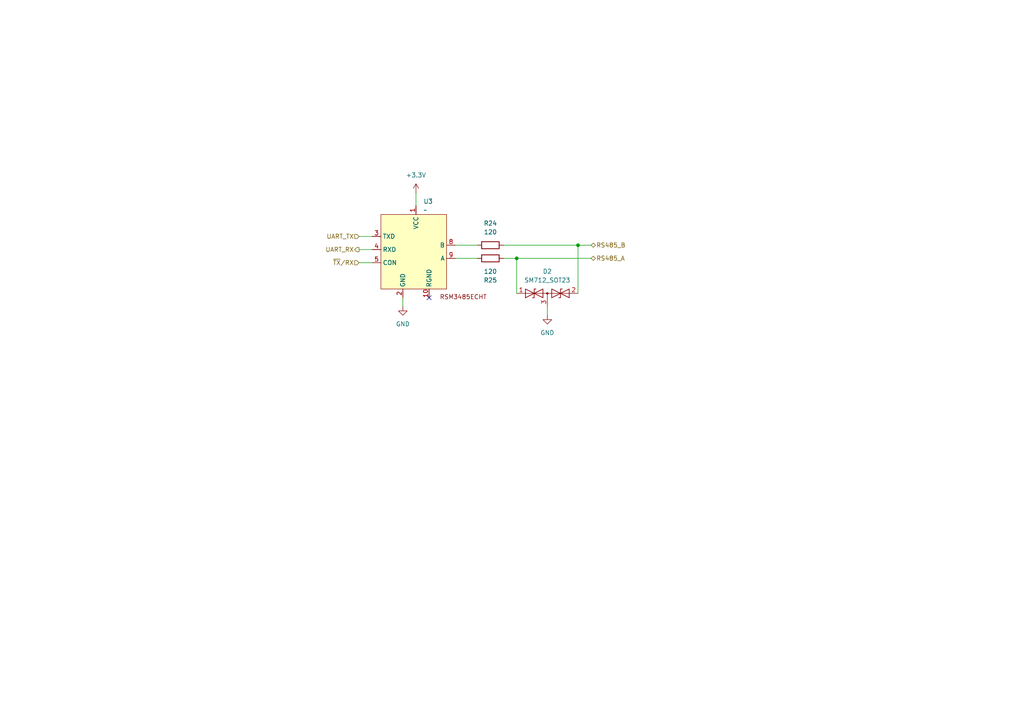
<source format=kicad_sch>
(kicad_sch (version 20250114) (generator "eeschema") (generator_version "9.0")
  (paper "A4")
  (lib_symbols
    (symbol "Device:R" (pin_numbers (hide yes)) (pin_names (offset 0))
      (property "Reference" "R" (at 2.032 0 90))
      (property "Value" "R" (at 0 0 90))
      (symbol "R_0_1"
        (rectangle (start -1.016 -2.54) (end 1.016 2.54) (stroke (width 0.254)))
      )
      (symbol "R_1_1"
        (pin passive line (at 0 3.81 270) (length 1.27) (name "~") (number "1"))
        (pin passive line (at 0 -3.81 90) (length 1.27) (name "~") (number "2"))
      )
    )
    (symbol "Diode:SM712_SOT23" (pin_names (offset 1.016) (hide yes))
      (property "Reference" "D" (at 0 4.445 0))
      (property "Value" "SM712_SOT23" (at 0 2.54 0))
      (symbol "SM712_SOT23_0_0"
        (polyline (pts (xy 0 -1.27) (xy 0 0)))
      )
      (symbol "SM712_SOT23_0_1"
        (polyline (pts (xy -6.35 0) (xy 6.35 0)))
        (polyline (pts (xy -6.35 -1.27) (xy -1.27 1.27) (xy -1.27 -1.27) (xy -6.35 1.27) (xy -6.35 -1.27)) (stroke (width 0.2032)))
        (polyline (pts (xy -3.302 1.27) (xy -3.81 1.27) (xy -3.81 -1.27) (xy -4.318 -1.27)) (stroke (width 0.2032)))
        (circle (center 0 0) (radius 0.254) (fill (type outline)))
        (polyline (pts (xy 1.27 -1.27) (xy 1.27 1.27) (xy 6.35 -1.27) (xy 6.35 1.27) (xy 1.27 -1.27)) (stroke (width 0.2032)))
        (polyline (pts (xy 4.318 1.27) (xy 3.81 1.27) (xy 3.81 -1.27) (xy 3.302 -1.27)) (stroke (width 0.2032)))
      )
      (symbol "SM712_SOT23_1_1"
        (pin passive line (at -8.89 0 0) (length 2.54) (name "A1") (number "1"))
        (pin input line (at 0 -3.81 90) (length 2.54) (name "common") (number "3"))
        (pin passive line (at 8.89 0 180) (length 2.54) (name "A2") (number "2"))
      )
    )
    (symbol "Riqi_Parts:YLPTEC_RSM3485ECHT"
      (property "Reference" "U" (at 1.778 1.016 0))
      (symbol "YLPTEC_RSM3485ECHT_1_1"
        (rectangle (start -15.24 -1.27) (end 3.81 -22.86) (fill (type background)))
        (text "RSM3485ECHT" (at 8.636 -25.146 0) (effects (font (size 1.27 1.27))))
        (pin bidirectional line (at -17.78 -7.62 0) (length 2.54) (name "TXD") (number "3"))
        (pin bidirectional line (at -17.78 -11.43 0) (length 2.54) (name "RXD") (number "4"))
        (pin bidirectional line (at -17.78 -15.24 0) (length 2.54) (name "CON") (number "5"))
        (pin power_in line (at -8.89 -25.4 90) (length 2.54) (name "GND") (number "2"))
        (pin power_in line (at -5.08 1.27 270) (length 2.54) (name "VCC") (number "1"))
        (pin power_in line (at -1.27 -25.4 90) (length 2.54) (name "RGND") (number "10"))
        (pin bidirectional line (at 6.35 -10.16 180) (length 2.54) (name "B") (number "8"))
        (pin bidirectional line (at 6.35 -13.97 180) (length 2.54) (name "A") (number "9"))
      )
    )
    (symbol "power:+3.3V" (power) (pin_numbers (hide yes)) (pin_names (offset 0) (hide yes))
      (property "Value" "+3.3V" (at 0 3.556 0))
      (symbol "+3.3V_0_1"
        (polyline (pts (xy -0.762 1.27) (xy 0 2.54)))
        (polyline (pts (xy 0 2.54) (xy 0.762 1.27)))
        (polyline (pts (xy 0 0) (xy 0 2.54)))
      )
      (symbol "+3.3V_1_1"
        (pin power_in line (at 0 0 90) (length 0) (name "~") (number "1"))
      )
    )
    (symbol "power:GND" (power) (pin_numbers (hide yes)) (pin_names (offset 0) (hide yes))
      (property "Value" "GND" (at 0 -3.81 0))
      (symbol "GND_0_1"
        (polyline (pts (xy 0 0) (xy 0 -1.27) (xy 1.27 -1.27) (xy 0 -2.54) (xy -1.27 -1.27) (xy 0 -1.27)))
      )
      (symbol "GND_1_1"
        (pin power_in line (at 0 0 270) (length 0) (name "~") (number "1"))
      )
    )
  )
  (junction (at 149.86 74.93))
  (junction (at 167.64 71.12))
  (no_connect (at 124.46 86.36))
  (wire (pts (xy 132.08 74.93) (xy 138.43 74.93)))
  (wire (pts (xy 149.86 74.93) (xy 171.45 74.93)))
  (wire (pts (xy 158.75 88.9) (xy 158.75 91.44)))
  (wire (pts (xy 132.08 71.12) (xy 138.43 71.12)))
  (wire (pts (xy 167.64 71.12) (xy 167.64 85.09)))
  (wire (pts (xy 116.84 86.36) (xy 116.84 88.9)))
  (wire (pts (xy 120.65 55.88) (xy 120.65 59.69)))
  (wire (pts (xy 167.64 71.12) (xy 171.45 71.12)))
  (wire (pts (xy 104.14 76.2) (xy 107.95 76.2)))
  (wire (pts (xy 146.05 74.93) (xy 149.86 74.93)))
  (wire (pts (xy 104.14 68.58) (xy 107.95 68.58)))
  (wire (pts (xy 146.05 71.12) (xy 167.64 71.12)))
  (wire (pts (xy 149.86 74.93) (xy 149.86 85.09)))
  (wire (pts (xy 104.14 72.39) (xy 107.95 72.39)))
  (hierarchical_label "UART_RX" (shape output) (at 104.14 72.39 180))
  (hierarchical_label "RS485_A" (shape bidirectional) (at 171.45 74.93 0))
  (hierarchical_label "~{TX}{slash}RX" (shape input) (at 104.14 76.2 180))
  (hierarchical_label "UART_TX" (shape input) (at 104.14 68.58 180))
  (hierarchical_label "RS485_B" (shape bidirectional) (at 171.45 71.12 0))
  (symbol (lib_id "power:GND") (at 116.84 88.9 0) (unit 1)
    (property "Reference" "#PWR16" (effects (hide yes)))
    (property "Value" "GND" (at 116.84 93.98 0))
    (property "Description" "Power symbol creates a global label with name \"GND\" , ground" (effects (hide yes)))
  )
  (symbol (lib_id "Device:R") (at 142.24 71.12 90) (unit 1)
    (property "Reference" "R24" (at 142.24 64.77 90))
    (property "Value" "120" (at 142.24 67.31 90))
    (property "Description" "Resistor" (effects (hide yes)))
  )
  (symbol (lib_id "Riqi_Parts:YLPTEC_RSM3485ECHT") (at 125.73 60.96 0) (unit 1)
    (property "Reference" "U3" (at 122.7933 58.42 0) (effects (justify left)))
    (property "Value" "~" (at 122.7933 60.96 0) (effects (justify left)))
    (property "Footprint" "Riqi_Parts:YLPTEC RSM3485ECHT" (effects (hide yes)))
    (property "Datasheet" "https://lcsc.com/datasheet/lcsc_datasheet_2411051508_YLPTEC-RSM3485ECHT_C2992406.pdf" (effects (hide yes)))
    (property "Description" "RS485 ISOLATED MODULE" (effects (hide yes)))
  )
  (symbol (lib_id "Diode:SM712_SOT23") (at 158.75 85.09 0) (unit 1)
    (property "Reference" "D2" (at 158.75 78.74 0))
    (property "Value" "SM712_SOT23" (at 158.75 81.28 0))
    (property "Footprint" "Package_TO_SOT_SMD:SOT-23" (effects (hide yes)))
    (property "Datasheet" "https://www.littelfuse.com/~/media/electronics/datasheets/tvs_diode_arrays/littelfuse_tvs_diode_array_sm712_datasheet.pdf.pdf" (effects (hide yes)))
    (property "Description" "7V/12V, 600W Asymmetrical TVS Diode Array, SOT-23" (effects (hide yes)))
  )
  (symbol (lib_id "Device:R") (at 142.24 74.93 90) (mirror x) (unit 1)
    (property "Reference" "R25" (at 142.24 81.28 90))
    (property "Value" "120" (at 142.24 78.74 90))
    (property "Description" "Resistor" (effects (hide yes)))
  )
  (symbol (lib_id "power:+3.3V") (at 120.65 55.88 0) (unit 1)
    (property "Reference" "#PWR17" (effects (hide yes)))
    (property "Value" "+3.3V" (at 120.65 50.8 0))
    (property "Description" "Power symbol creates a global label with name \"+3.3V\"" (effects (hide yes)))
  )
  (symbol (lib_id "power:GND") (at 158.75 91.44 0) (unit 1)
    (property "Reference" "#PWR052" (effects (hide yes)))
    (property "Value" "GND" (at 158.75 96.52 0))
    (property "Description" "Power symbol creates a global label with name \"GND\" , ground" (effects (hide yes)))
  )
)
</source>
